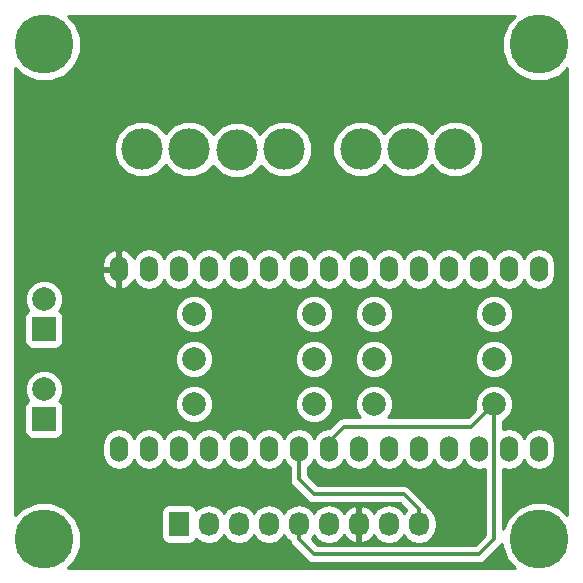
<source format=gtl>
G04 #@! TF.FileFunction,Copper,L1,Top,Signal*
%FSLAX46Y46*%
G04 Gerber Fmt 4.6, Leading zero omitted, Abs format (unit mm)*
G04 Created by KiCad (PCBNEW 4.0.5+dfsg1-4) date Fri Sep 29 16:02:04 2017*
%MOMM*%
%LPD*%
G01*
G04 APERTURE LIST*
%ADD10C,0.100000*%
%ADD11C,5.000000*%
%ADD12O,1.524000X2.199640*%
%ADD13O,1.524000X2.197100*%
%ADD14R,1.727200X2.032000*%
%ADD15O,1.727200X2.032000*%
%ADD16C,3.500000*%
%ADD17C,1.998980*%
%ADD18R,2.000000X2.000000*%
%ADD19C,2.000000*%
%ADD20C,0.304800*%
%ADD21C,0.254000*%
G04 APERTURE END LIST*
D10*
D11*
X119380000Y-62230000D03*
X77470000Y-62230000D03*
X77470000Y-104140000D03*
D12*
X83820000Y-96520000D03*
X86360000Y-96520000D03*
X88900000Y-96520000D03*
X91440000Y-96520000D03*
X93980000Y-96520000D03*
X96520000Y-96520000D03*
X99060000Y-96520000D03*
X101600000Y-96520000D03*
X104140000Y-96520000D03*
X106680000Y-96520000D03*
X109220000Y-96520000D03*
X111760000Y-96520000D03*
X114300000Y-96520000D03*
X116840000Y-96520000D03*
X119380000Y-96520000D03*
X119380000Y-81280000D03*
X116840000Y-81280000D03*
X114300000Y-81280000D03*
X111760000Y-81280000D03*
D13*
X109220000Y-81280000D03*
X106680000Y-81280000D03*
X104140000Y-81280000D03*
X101600000Y-81280000D03*
X99060000Y-81280000D03*
X96520000Y-81280000D03*
X93980000Y-81280000D03*
X91440000Y-81280000D03*
X88900000Y-81280000D03*
X86360000Y-81280000D03*
X83820000Y-81280000D03*
D14*
X88900000Y-102870000D03*
D15*
X91440000Y-102870000D03*
X93980000Y-102870000D03*
X96520000Y-102870000D03*
X99060000Y-102870000D03*
X101600000Y-102870000D03*
X104140000Y-102870000D03*
X106680000Y-102870000D03*
X109220000Y-102870000D03*
D16*
X85790000Y-71120000D03*
X89790000Y-71120000D03*
X93790000Y-71220000D03*
X97790000Y-71120000D03*
X104290000Y-71120000D03*
X108290000Y-71120000D03*
X112290000Y-71120000D03*
D17*
X90170000Y-92710000D03*
X100330000Y-92710000D03*
X90170000Y-88900000D03*
X100330000Y-88900000D03*
X105410000Y-92710000D03*
X115570000Y-92710000D03*
X105410000Y-88900000D03*
X115570000Y-88900000D03*
D11*
X119380000Y-104140000D03*
D17*
X100330000Y-85090000D03*
X90170000Y-85090000D03*
X105410000Y-85090000D03*
X115570000Y-85090000D03*
D18*
X77470000Y-86360000D03*
D19*
X77470000Y-83820000D03*
D18*
X77470000Y-93980000D03*
D19*
X77470000Y-91440000D03*
D20*
X115570000Y-92710000D02*
X115570000Y-104140000D01*
X99060000Y-104140000D02*
X99060000Y-102870000D01*
X100330000Y-105410000D02*
X99060000Y-104140000D01*
X114300000Y-105410000D02*
X100330000Y-105410000D01*
X115570000Y-104140000D02*
X114300000Y-105410000D01*
X101600000Y-96520000D02*
X101600000Y-95885000D01*
X101600000Y-95885000D02*
X102870000Y-94615000D01*
X102870000Y-94615000D02*
X113665000Y-94615000D01*
X113665000Y-94615000D02*
X115570000Y-92710000D01*
X99060000Y-96520000D02*
X99060000Y-99060000D01*
X109220000Y-101600000D02*
X109220000Y-102870000D01*
X107950000Y-100330000D02*
X109220000Y-101600000D01*
X100330000Y-100330000D02*
X107950000Y-100330000D01*
X99060000Y-99060000D02*
X100330000Y-100330000D01*
D21*
G36*
X116723826Y-60451847D02*
X116245546Y-61603674D01*
X116244457Y-62850854D01*
X116720727Y-64003515D01*
X117601847Y-64886174D01*
X118753674Y-65364454D01*
X120000854Y-65365543D01*
X121153515Y-64889273D01*
X121793000Y-64250903D01*
X121793000Y-102119782D01*
X121158153Y-101483826D01*
X120006326Y-101005546D01*
X118759146Y-101004457D01*
X117606485Y-101480727D01*
X116723826Y-102361847D01*
X116357400Y-103244299D01*
X116357400Y-98192812D01*
X116840000Y-98288807D01*
X117374609Y-98182467D01*
X117827828Y-97879635D01*
X118110000Y-97457336D01*
X118392172Y-97879635D01*
X118845391Y-98182467D01*
X119380000Y-98288807D01*
X119914609Y-98182467D01*
X120367828Y-97879635D01*
X120670660Y-97426416D01*
X120777000Y-96891807D01*
X120777000Y-96148193D01*
X120670660Y-95613584D01*
X120367828Y-95160365D01*
X119914609Y-94857533D01*
X119380000Y-94751193D01*
X118845391Y-94857533D01*
X118392172Y-95160365D01*
X118110000Y-95582664D01*
X117827828Y-95160365D01*
X117374609Y-94857533D01*
X116840000Y-94751193D01*
X116357400Y-94847188D01*
X116357400Y-94153175D01*
X116494655Y-94096462D01*
X116954846Y-93637073D01*
X117204206Y-93036547D01*
X117204774Y-92386306D01*
X116956462Y-91785345D01*
X116497073Y-91325154D01*
X115896547Y-91075794D01*
X115246306Y-91075226D01*
X114645345Y-91323538D01*
X114185154Y-91782927D01*
X113935794Y-92383453D01*
X113935226Y-93033694D01*
X113992980Y-93173468D01*
X113338848Y-93827600D01*
X106603986Y-93827600D01*
X106794846Y-93637073D01*
X107044206Y-93036547D01*
X107044774Y-92386306D01*
X106796462Y-91785345D01*
X106337073Y-91325154D01*
X105736547Y-91075794D01*
X105086306Y-91075226D01*
X104485345Y-91323538D01*
X104025154Y-91782927D01*
X103775794Y-92383453D01*
X103775226Y-93033694D01*
X104023538Y-93634655D01*
X104216147Y-93827600D01*
X102870000Y-93827600D01*
X102568675Y-93887537D01*
X102313224Y-94058224D01*
X101616894Y-94754554D01*
X101600000Y-94751193D01*
X101065391Y-94857533D01*
X100612172Y-95160365D01*
X100330000Y-95582664D01*
X100047828Y-95160365D01*
X99594609Y-94857533D01*
X99060000Y-94751193D01*
X98525391Y-94857533D01*
X98072172Y-95160365D01*
X97790000Y-95582664D01*
X97507828Y-95160365D01*
X97054609Y-94857533D01*
X96520000Y-94751193D01*
X95985391Y-94857533D01*
X95532172Y-95160365D01*
X95250000Y-95582664D01*
X94967828Y-95160365D01*
X94514609Y-94857533D01*
X93980000Y-94751193D01*
X93445391Y-94857533D01*
X92992172Y-95160365D01*
X92710000Y-95582664D01*
X92427828Y-95160365D01*
X91974609Y-94857533D01*
X91440000Y-94751193D01*
X90905391Y-94857533D01*
X90452172Y-95160365D01*
X90170000Y-95582664D01*
X89887828Y-95160365D01*
X89434609Y-94857533D01*
X88900000Y-94751193D01*
X88365391Y-94857533D01*
X87912172Y-95160365D01*
X87630000Y-95582664D01*
X87347828Y-95160365D01*
X86894609Y-94857533D01*
X86360000Y-94751193D01*
X85825391Y-94857533D01*
X85372172Y-95160365D01*
X85090000Y-95582664D01*
X84807828Y-95160365D01*
X84354609Y-94857533D01*
X83820000Y-94751193D01*
X83285391Y-94857533D01*
X82832172Y-95160365D01*
X82529340Y-95613584D01*
X82423000Y-96148193D01*
X82423000Y-96891807D01*
X82529340Y-97426416D01*
X82832172Y-97879635D01*
X83285391Y-98182467D01*
X83820000Y-98288807D01*
X84354609Y-98182467D01*
X84807828Y-97879635D01*
X85090000Y-97457336D01*
X85372172Y-97879635D01*
X85825391Y-98182467D01*
X86360000Y-98288807D01*
X86894609Y-98182467D01*
X87347828Y-97879635D01*
X87630000Y-97457336D01*
X87912172Y-97879635D01*
X88365391Y-98182467D01*
X88900000Y-98288807D01*
X89434609Y-98182467D01*
X89887828Y-97879635D01*
X90170000Y-97457336D01*
X90452172Y-97879635D01*
X90905391Y-98182467D01*
X91440000Y-98288807D01*
X91974609Y-98182467D01*
X92427828Y-97879635D01*
X92710000Y-97457336D01*
X92992172Y-97879635D01*
X93445391Y-98182467D01*
X93980000Y-98288807D01*
X94514609Y-98182467D01*
X94967828Y-97879635D01*
X95250000Y-97457336D01*
X95532172Y-97879635D01*
X95985391Y-98182467D01*
X96520000Y-98288807D01*
X97054609Y-98182467D01*
X97507828Y-97879635D01*
X97790000Y-97457336D01*
X98072172Y-97879635D01*
X98272600Y-98013557D01*
X98272600Y-99060000D01*
X98332537Y-99361325D01*
X98503224Y-99616776D01*
X99773224Y-100886776D01*
X100028675Y-101057463D01*
X100330000Y-101117400D01*
X107623848Y-101117400D01*
X108148996Y-101642548D01*
X107950000Y-101940366D01*
X107739670Y-101625585D01*
X107253489Y-101300729D01*
X106680000Y-101186655D01*
X106106511Y-101300729D01*
X105620330Y-101625585D01*
X105413539Y-101935069D01*
X105042036Y-101519268D01*
X104514791Y-101265291D01*
X104499026Y-101262642D01*
X104267000Y-101383783D01*
X104267000Y-102743000D01*
X104287000Y-102743000D01*
X104287000Y-102997000D01*
X104267000Y-102997000D01*
X104267000Y-104356217D01*
X104499026Y-104477358D01*
X104514791Y-104474709D01*
X105042036Y-104220732D01*
X105413539Y-103804931D01*
X105620330Y-104114415D01*
X106106511Y-104439271D01*
X106680000Y-104553345D01*
X107253489Y-104439271D01*
X107739670Y-104114415D01*
X107950000Y-103799634D01*
X108160330Y-104114415D01*
X108646511Y-104439271D01*
X109220000Y-104553345D01*
X109793489Y-104439271D01*
X110279670Y-104114415D01*
X110604526Y-103628234D01*
X110718600Y-103054745D01*
X110718600Y-102685255D01*
X110604526Y-102111766D01*
X110279670Y-101625585D01*
X109971535Y-101419696D01*
X109947463Y-101298675D01*
X109776776Y-101043224D01*
X108506776Y-99773224D01*
X108251325Y-99602537D01*
X107950000Y-99542600D01*
X100656152Y-99542600D01*
X99847400Y-98733848D01*
X99847400Y-98013557D01*
X100047828Y-97879635D01*
X100330000Y-97457336D01*
X100612172Y-97879635D01*
X101065391Y-98182467D01*
X101600000Y-98288807D01*
X102134609Y-98182467D01*
X102587828Y-97879635D01*
X102870000Y-97457336D01*
X103152172Y-97879635D01*
X103605391Y-98182467D01*
X104140000Y-98288807D01*
X104674609Y-98182467D01*
X105127828Y-97879635D01*
X105410000Y-97457336D01*
X105692172Y-97879635D01*
X106145391Y-98182467D01*
X106680000Y-98288807D01*
X107214609Y-98182467D01*
X107667828Y-97879635D01*
X107950000Y-97457336D01*
X108232172Y-97879635D01*
X108685391Y-98182467D01*
X109220000Y-98288807D01*
X109754609Y-98182467D01*
X110207828Y-97879635D01*
X110490000Y-97457336D01*
X110772172Y-97879635D01*
X111225391Y-98182467D01*
X111760000Y-98288807D01*
X112294609Y-98182467D01*
X112747828Y-97879635D01*
X113030000Y-97457336D01*
X113312172Y-97879635D01*
X113765391Y-98182467D01*
X114300000Y-98288807D01*
X114782600Y-98192812D01*
X114782600Y-103813848D01*
X113973848Y-104622600D01*
X100656152Y-104622600D01*
X100131004Y-104097452D01*
X100330000Y-103799634D01*
X100540330Y-104114415D01*
X101026511Y-104439271D01*
X101600000Y-104553345D01*
X102173489Y-104439271D01*
X102659670Y-104114415D01*
X102866461Y-103804931D01*
X103237964Y-104220732D01*
X103765209Y-104474709D01*
X103780974Y-104477358D01*
X104013000Y-104356217D01*
X104013000Y-102997000D01*
X103993000Y-102997000D01*
X103993000Y-102743000D01*
X104013000Y-102743000D01*
X104013000Y-101383783D01*
X103780974Y-101262642D01*
X103765209Y-101265291D01*
X103237964Y-101519268D01*
X102866461Y-101935069D01*
X102659670Y-101625585D01*
X102173489Y-101300729D01*
X101600000Y-101186655D01*
X101026511Y-101300729D01*
X100540330Y-101625585D01*
X100330000Y-101940366D01*
X100119670Y-101625585D01*
X99633489Y-101300729D01*
X99060000Y-101186655D01*
X98486511Y-101300729D01*
X98000330Y-101625585D01*
X97790000Y-101940366D01*
X97579670Y-101625585D01*
X97093489Y-101300729D01*
X96520000Y-101186655D01*
X95946511Y-101300729D01*
X95460330Y-101625585D01*
X95250000Y-101940366D01*
X95039670Y-101625585D01*
X94553489Y-101300729D01*
X93980000Y-101186655D01*
X93406511Y-101300729D01*
X92920330Y-101625585D01*
X92710000Y-101940366D01*
X92499670Y-101625585D01*
X92013489Y-101300729D01*
X91440000Y-101186655D01*
X90866511Y-101300729D01*
X90380330Y-101625585D01*
X90370757Y-101639913D01*
X90366762Y-101618683D01*
X90227690Y-101402559D01*
X90015490Y-101257569D01*
X89763600Y-101206560D01*
X88036400Y-101206560D01*
X87801083Y-101250838D01*
X87584959Y-101389910D01*
X87439969Y-101602110D01*
X87388960Y-101854000D01*
X87388960Y-103886000D01*
X87433238Y-104121317D01*
X87572310Y-104337441D01*
X87784510Y-104482431D01*
X88036400Y-104533440D01*
X89763600Y-104533440D01*
X89998917Y-104489162D01*
X90215041Y-104350090D01*
X90360031Y-104137890D01*
X90368400Y-104096561D01*
X90380330Y-104114415D01*
X90866511Y-104439271D01*
X91440000Y-104553345D01*
X92013489Y-104439271D01*
X92499670Y-104114415D01*
X92710000Y-103799634D01*
X92920330Y-104114415D01*
X93406511Y-104439271D01*
X93980000Y-104553345D01*
X94553489Y-104439271D01*
X95039670Y-104114415D01*
X95250000Y-103799634D01*
X95460330Y-104114415D01*
X95946511Y-104439271D01*
X96520000Y-104553345D01*
X97093489Y-104439271D01*
X97579670Y-104114415D01*
X97790000Y-103799634D01*
X98000330Y-104114415D01*
X98308465Y-104320304D01*
X98332537Y-104441325D01*
X98503224Y-104696776D01*
X99773224Y-105966776D01*
X100028675Y-106137463D01*
X100330000Y-106197400D01*
X114300000Y-106197400D01*
X114601325Y-106137463D01*
X114856776Y-105966776D01*
X116126776Y-104696776D01*
X116244667Y-104520340D01*
X116244457Y-104760854D01*
X116720727Y-105913515D01*
X117359097Y-106553000D01*
X79490218Y-106553000D01*
X80126174Y-105918153D01*
X80604454Y-104766326D01*
X80605543Y-103519146D01*
X80129273Y-102366485D01*
X79248153Y-101483826D01*
X78096326Y-101005546D01*
X76849146Y-101004457D01*
X75696485Y-101480727D01*
X75057000Y-102119097D01*
X75057000Y-92980000D01*
X75822560Y-92980000D01*
X75822560Y-94980000D01*
X75866838Y-95215317D01*
X76005910Y-95431441D01*
X76218110Y-95576431D01*
X76470000Y-95627440D01*
X78470000Y-95627440D01*
X78705317Y-95583162D01*
X78921441Y-95444090D01*
X79066431Y-95231890D01*
X79117440Y-94980000D01*
X79117440Y-93033694D01*
X88535226Y-93033694D01*
X88783538Y-93634655D01*
X89242927Y-94094846D01*
X89843453Y-94344206D01*
X90493694Y-94344774D01*
X91094655Y-94096462D01*
X91554846Y-93637073D01*
X91804206Y-93036547D01*
X91804208Y-93033694D01*
X98695226Y-93033694D01*
X98943538Y-93634655D01*
X99402927Y-94094846D01*
X100003453Y-94344206D01*
X100653694Y-94344774D01*
X101254655Y-94096462D01*
X101714846Y-93637073D01*
X101964206Y-93036547D01*
X101964774Y-92386306D01*
X101716462Y-91785345D01*
X101257073Y-91325154D01*
X100656547Y-91075794D01*
X100006306Y-91075226D01*
X99405345Y-91323538D01*
X98945154Y-91782927D01*
X98695794Y-92383453D01*
X98695226Y-93033694D01*
X91804208Y-93033694D01*
X91804774Y-92386306D01*
X91556462Y-91785345D01*
X91097073Y-91325154D01*
X90496547Y-91075794D01*
X89846306Y-91075226D01*
X89245345Y-91323538D01*
X88785154Y-91782927D01*
X88535794Y-92383453D01*
X88535226Y-93033694D01*
X79117440Y-93033694D01*
X79117440Y-92980000D01*
X79073162Y-92744683D01*
X78934090Y-92528559D01*
X78791439Y-92431090D01*
X78855278Y-92367363D01*
X79104716Y-91766648D01*
X79105284Y-91116205D01*
X78856894Y-90515057D01*
X78397363Y-90054722D01*
X77796648Y-89805284D01*
X77146205Y-89804716D01*
X76545057Y-90053106D01*
X76084722Y-90512637D01*
X75835284Y-91113352D01*
X75834716Y-91763795D01*
X76083106Y-92364943D01*
X76149621Y-92431574D01*
X76018559Y-92515910D01*
X75873569Y-92728110D01*
X75822560Y-92980000D01*
X75057000Y-92980000D01*
X75057000Y-89223694D01*
X88535226Y-89223694D01*
X88783538Y-89824655D01*
X89242927Y-90284846D01*
X89843453Y-90534206D01*
X90493694Y-90534774D01*
X91094655Y-90286462D01*
X91554846Y-89827073D01*
X91804206Y-89226547D01*
X91804208Y-89223694D01*
X98695226Y-89223694D01*
X98943538Y-89824655D01*
X99402927Y-90284846D01*
X100003453Y-90534206D01*
X100653694Y-90534774D01*
X101254655Y-90286462D01*
X101714846Y-89827073D01*
X101964206Y-89226547D01*
X101964208Y-89223694D01*
X103775226Y-89223694D01*
X104023538Y-89824655D01*
X104482927Y-90284846D01*
X105083453Y-90534206D01*
X105733694Y-90534774D01*
X106334655Y-90286462D01*
X106794846Y-89827073D01*
X107044206Y-89226547D01*
X107044208Y-89223694D01*
X113935226Y-89223694D01*
X114183538Y-89824655D01*
X114642927Y-90284846D01*
X115243453Y-90534206D01*
X115893694Y-90534774D01*
X116494655Y-90286462D01*
X116954846Y-89827073D01*
X117204206Y-89226547D01*
X117204774Y-88576306D01*
X116956462Y-87975345D01*
X116497073Y-87515154D01*
X115896547Y-87265794D01*
X115246306Y-87265226D01*
X114645345Y-87513538D01*
X114185154Y-87972927D01*
X113935794Y-88573453D01*
X113935226Y-89223694D01*
X107044208Y-89223694D01*
X107044774Y-88576306D01*
X106796462Y-87975345D01*
X106337073Y-87515154D01*
X105736547Y-87265794D01*
X105086306Y-87265226D01*
X104485345Y-87513538D01*
X104025154Y-87972927D01*
X103775794Y-88573453D01*
X103775226Y-89223694D01*
X101964208Y-89223694D01*
X101964774Y-88576306D01*
X101716462Y-87975345D01*
X101257073Y-87515154D01*
X100656547Y-87265794D01*
X100006306Y-87265226D01*
X99405345Y-87513538D01*
X98945154Y-87972927D01*
X98695794Y-88573453D01*
X98695226Y-89223694D01*
X91804208Y-89223694D01*
X91804774Y-88576306D01*
X91556462Y-87975345D01*
X91097073Y-87515154D01*
X90496547Y-87265794D01*
X89846306Y-87265226D01*
X89245345Y-87513538D01*
X88785154Y-87972927D01*
X88535794Y-88573453D01*
X88535226Y-89223694D01*
X75057000Y-89223694D01*
X75057000Y-85360000D01*
X75822560Y-85360000D01*
X75822560Y-87360000D01*
X75866838Y-87595317D01*
X76005910Y-87811441D01*
X76218110Y-87956431D01*
X76470000Y-88007440D01*
X78470000Y-88007440D01*
X78705317Y-87963162D01*
X78921441Y-87824090D01*
X79066431Y-87611890D01*
X79117440Y-87360000D01*
X79117440Y-85413694D01*
X88535226Y-85413694D01*
X88783538Y-86014655D01*
X89242927Y-86474846D01*
X89843453Y-86724206D01*
X90493694Y-86724774D01*
X91094655Y-86476462D01*
X91554846Y-86017073D01*
X91804206Y-85416547D01*
X91804208Y-85413694D01*
X98695226Y-85413694D01*
X98943538Y-86014655D01*
X99402927Y-86474846D01*
X100003453Y-86724206D01*
X100653694Y-86724774D01*
X101254655Y-86476462D01*
X101714846Y-86017073D01*
X101964206Y-85416547D01*
X101964208Y-85413694D01*
X103775226Y-85413694D01*
X104023538Y-86014655D01*
X104482927Y-86474846D01*
X105083453Y-86724206D01*
X105733694Y-86724774D01*
X106334655Y-86476462D01*
X106794846Y-86017073D01*
X107044206Y-85416547D01*
X107044208Y-85413694D01*
X113935226Y-85413694D01*
X114183538Y-86014655D01*
X114642927Y-86474846D01*
X115243453Y-86724206D01*
X115893694Y-86724774D01*
X116494655Y-86476462D01*
X116954846Y-86017073D01*
X117204206Y-85416547D01*
X117204774Y-84766306D01*
X116956462Y-84165345D01*
X116497073Y-83705154D01*
X115896547Y-83455794D01*
X115246306Y-83455226D01*
X114645345Y-83703538D01*
X114185154Y-84162927D01*
X113935794Y-84763453D01*
X113935226Y-85413694D01*
X107044208Y-85413694D01*
X107044774Y-84766306D01*
X106796462Y-84165345D01*
X106337073Y-83705154D01*
X105736547Y-83455794D01*
X105086306Y-83455226D01*
X104485345Y-83703538D01*
X104025154Y-84162927D01*
X103775794Y-84763453D01*
X103775226Y-85413694D01*
X101964208Y-85413694D01*
X101964774Y-84766306D01*
X101716462Y-84165345D01*
X101257073Y-83705154D01*
X100656547Y-83455794D01*
X100006306Y-83455226D01*
X99405345Y-83703538D01*
X98945154Y-84162927D01*
X98695794Y-84763453D01*
X98695226Y-85413694D01*
X91804208Y-85413694D01*
X91804774Y-84766306D01*
X91556462Y-84165345D01*
X91097073Y-83705154D01*
X90496547Y-83455794D01*
X89846306Y-83455226D01*
X89245345Y-83703538D01*
X88785154Y-84162927D01*
X88535794Y-84763453D01*
X88535226Y-85413694D01*
X79117440Y-85413694D01*
X79117440Y-85360000D01*
X79073162Y-85124683D01*
X78934090Y-84908559D01*
X78791439Y-84811090D01*
X78855278Y-84747363D01*
X79104716Y-84146648D01*
X79105284Y-83496205D01*
X78856894Y-82895057D01*
X78397363Y-82434722D01*
X77796648Y-82185284D01*
X77146205Y-82184716D01*
X76545057Y-82433106D01*
X76084722Y-82892637D01*
X75835284Y-83493352D01*
X75834716Y-84143795D01*
X76083106Y-84744943D01*
X76149621Y-84811574D01*
X76018559Y-84895910D01*
X75873569Y-85108110D01*
X75822560Y-85360000D01*
X75057000Y-85360000D01*
X75057000Y-81407000D01*
X82423000Y-81407000D01*
X82423000Y-81743550D01*
X82577941Y-82268491D01*
X82921974Y-82694180D01*
X83402723Y-82955810D01*
X83476930Y-82970770D01*
X83693000Y-82848270D01*
X83693000Y-81407000D01*
X82423000Y-81407000D01*
X75057000Y-81407000D01*
X75057000Y-80816450D01*
X82423000Y-80816450D01*
X82423000Y-81153000D01*
X83693000Y-81153000D01*
X83693000Y-79711730D01*
X83947000Y-79711730D01*
X83947000Y-81153000D01*
X83967000Y-81153000D01*
X83967000Y-81407000D01*
X83947000Y-81407000D01*
X83947000Y-82848270D01*
X84163070Y-82970770D01*
X84237277Y-82955810D01*
X84718026Y-82694180D01*
X85062059Y-82268491D01*
X85081358Y-82203107D01*
X85372172Y-82638340D01*
X85825391Y-82941172D01*
X86360000Y-83047512D01*
X86894609Y-82941172D01*
X87347828Y-82638340D01*
X87630000Y-82216041D01*
X87912172Y-82638340D01*
X88365391Y-82941172D01*
X88900000Y-83047512D01*
X89434609Y-82941172D01*
X89887828Y-82638340D01*
X90170000Y-82216041D01*
X90452172Y-82638340D01*
X90905391Y-82941172D01*
X91440000Y-83047512D01*
X91974609Y-82941172D01*
X92427828Y-82638340D01*
X92710000Y-82216041D01*
X92992172Y-82638340D01*
X93445391Y-82941172D01*
X93980000Y-83047512D01*
X94514609Y-82941172D01*
X94967828Y-82638340D01*
X95250000Y-82216041D01*
X95532172Y-82638340D01*
X95985391Y-82941172D01*
X96520000Y-83047512D01*
X97054609Y-82941172D01*
X97507828Y-82638340D01*
X97790000Y-82216041D01*
X98072172Y-82638340D01*
X98525391Y-82941172D01*
X99060000Y-83047512D01*
X99594609Y-82941172D01*
X100047828Y-82638340D01*
X100330000Y-82216041D01*
X100612172Y-82638340D01*
X101065391Y-82941172D01*
X101600000Y-83047512D01*
X102134609Y-82941172D01*
X102587828Y-82638340D01*
X102870000Y-82216041D01*
X103152172Y-82638340D01*
X103605391Y-82941172D01*
X104140000Y-83047512D01*
X104674609Y-82941172D01*
X105127828Y-82638340D01*
X105410000Y-82216041D01*
X105692172Y-82638340D01*
X106145391Y-82941172D01*
X106680000Y-83047512D01*
X107214609Y-82941172D01*
X107667828Y-82638340D01*
X107950000Y-82216041D01*
X108232172Y-82638340D01*
X108685391Y-82941172D01*
X109220000Y-83047512D01*
X109754609Y-82941172D01*
X110207828Y-82638340D01*
X110489567Y-82216688D01*
X110772172Y-82639635D01*
X111225391Y-82942467D01*
X111760000Y-83048807D01*
X112294609Y-82942467D01*
X112747828Y-82639635D01*
X113030000Y-82217336D01*
X113312172Y-82639635D01*
X113765391Y-82942467D01*
X114300000Y-83048807D01*
X114834609Y-82942467D01*
X115287828Y-82639635D01*
X115570000Y-82217336D01*
X115852172Y-82639635D01*
X116305391Y-82942467D01*
X116840000Y-83048807D01*
X117374609Y-82942467D01*
X117827828Y-82639635D01*
X118110000Y-82217336D01*
X118392172Y-82639635D01*
X118845391Y-82942467D01*
X119380000Y-83048807D01*
X119914609Y-82942467D01*
X120367828Y-82639635D01*
X120670660Y-82186416D01*
X120777000Y-81651807D01*
X120777000Y-80908193D01*
X120670660Y-80373584D01*
X120367828Y-79920365D01*
X119914609Y-79617533D01*
X119380000Y-79511193D01*
X118845391Y-79617533D01*
X118392172Y-79920365D01*
X118110000Y-80342664D01*
X117827828Y-79920365D01*
X117374609Y-79617533D01*
X116840000Y-79511193D01*
X116305391Y-79617533D01*
X115852172Y-79920365D01*
X115570000Y-80342664D01*
X115287828Y-79920365D01*
X114834609Y-79617533D01*
X114300000Y-79511193D01*
X113765391Y-79617533D01*
X113312172Y-79920365D01*
X113030000Y-80342664D01*
X112747828Y-79920365D01*
X112294609Y-79617533D01*
X111760000Y-79511193D01*
X111225391Y-79617533D01*
X110772172Y-79920365D01*
X110489567Y-80343312D01*
X110207828Y-79921660D01*
X109754609Y-79618828D01*
X109220000Y-79512488D01*
X108685391Y-79618828D01*
X108232172Y-79921660D01*
X107950000Y-80343959D01*
X107667828Y-79921660D01*
X107214609Y-79618828D01*
X106680000Y-79512488D01*
X106145391Y-79618828D01*
X105692172Y-79921660D01*
X105410000Y-80343959D01*
X105127828Y-79921660D01*
X104674609Y-79618828D01*
X104140000Y-79512488D01*
X103605391Y-79618828D01*
X103152172Y-79921660D01*
X102870000Y-80343959D01*
X102587828Y-79921660D01*
X102134609Y-79618828D01*
X101600000Y-79512488D01*
X101065391Y-79618828D01*
X100612172Y-79921660D01*
X100330000Y-80343959D01*
X100047828Y-79921660D01*
X99594609Y-79618828D01*
X99060000Y-79512488D01*
X98525391Y-79618828D01*
X98072172Y-79921660D01*
X97790000Y-80343959D01*
X97507828Y-79921660D01*
X97054609Y-79618828D01*
X96520000Y-79512488D01*
X95985391Y-79618828D01*
X95532172Y-79921660D01*
X95250000Y-80343959D01*
X94967828Y-79921660D01*
X94514609Y-79618828D01*
X93980000Y-79512488D01*
X93445391Y-79618828D01*
X92992172Y-79921660D01*
X92710000Y-80343959D01*
X92427828Y-79921660D01*
X91974609Y-79618828D01*
X91440000Y-79512488D01*
X90905391Y-79618828D01*
X90452172Y-79921660D01*
X90170000Y-80343959D01*
X89887828Y-79921660D01*
X89434609Y-79618828D01*
X88900000Y-79512488D01*
X88365391Y-79618828D01*
X87912172Y-79921660D01*
X87630000Y-80343959D01*
X87347828Y-79921660D01*
X86894609Y-79618828D01*
X86360000Y-79512488D01*
X85825391Y-79618828D01*
X85372172Y-79921660D01*
X85081358Y-80356893D01*
X85062059Y-80291509D01*
X84718026Y-79865820D01*
X84237277Y-79604190D01*
X84163070Y-79589230D01*
X83947000Y-79711730D01*
X83693000Y-79711730D01*
X83476930Y-79589230D01*
X83402723Y-79604190D01*
X82921974Y-79865820D01*
X82577941Y-80291509D01*
X82423000Y-80816450D01*
X75057000Y-80816450D01*
X75057000Y-71592325D01*
X83404587Y-71592325D01*
X83766916Y-72469229D01*
X84437242Y-73140726D01*
X85313513Y-73504585D01*
X86262325Y-73505413D01*
X87139229Y-73143084D01*
X87790547Y-72492902D01*
X88437242Y-73140726D01*
X89313513Y-73504585D01*
X90262325Y-73505413D01*
X91139229Y-73143084D01*
X91751489Y-72531892D01*
X91766916Y-72569229D01*
X92437242Y-73240726D01*
X93313513Y-73604585D01*
X94262325Y-73605413D01*
X95139229Y-73243084D01*
X95810726Y-72572758D01*
X95828216Y-72530636D01*
X96437242Y-73140726D01*
X97313513Y-73504585D01*
X98262325Y-73505413D01*
X99139229Y-73143084D01*
X99810726Y-72472758D01*
X100174585Y-71596487D01*
X100174588Y-71592325D01*
X101904587Y-71592325D01*
X102266916Y-72469229D01*
X102937242Y-73140726D01*
X103813513Y-73504585D01*
X104762325Y-73505413D01*
X105639229Y-73143084D01*
X106290547Y-72492902D01*
X106937242Y-73140726D01*
X107813513Y-73504585D01*
X108762325Y-73505413D01*
X109639229Y-73143084D01*
X110290547Y-72492902D01*
X110937242Y-73140726D01*
X111813513Y-73504585D01*
X112762325Y-73505413D01*
X113639229Y-73143084D01*
X114310726Y-72472758D01*
X114674585Y-71596487D01*
X114675413Y-70647675D01*
X114313084Y-69770771D01*
X113642758Y-69099274D01*
X112766487Y-68735415D01*
X111817675Y-68734587D01*
X110940771Y-69096916D01*
X110289453Y-69747098D01*
X109642758Y-69099274D01*
X108766487Y-68735415D01*
X107817675Y-68734587D01*
X106940771Y-69096916D01*
X106289453Y-69747098D01*
X105642758Y-69099274D01*
X104766487Y-68735415D01*
X103817675Y-68734587D01*
X102940771Y-69096916D01*
X102269274Y-69767242D01*
X101905415Y-70643513D01*
X101904587Y-71592325D01*
X100174588Y-71592325D01*
X100175413Y-70647675D01*
X99813084Y-69770771D01*
X99142758Y-69099274D01*
X98266487Y-68735415D01*
X97317675Y-68734587D01*
X96440771Y-69096916D01*
X95769274Y-69767242D01*
X95751784Y-69809364D01*
X95142758Y-69199274D01*
X94266487Y-68835415D01*
X93317675Y-68834587D01*
X92440771Y-69196916D01*
X91828511Y-69808108D01*
X91813084Y-69770771D01*
X91142758Y-69099274D01*
X90266487Y-68735415D01*
X89317675Y-68734587D01*
X88440771Y-69096916D01*
X87789453Y-69747098D01*
X87142758Y-69099274D01*
X86266487Y-68735415D01*
X85317675Y-68734587D01*
X84440771Y-69096916D01*
X83769274Y-69767242D01*
X83405415Y-70643513D01*
X83404587Y-71592325D01*
X75057000Y-71592325D01*
X75057000Y-64250218D01*
X75691847Y-64886174D01*
X76843674Y-65364454D01*
X78090854Y-65365543D01*
X79243515Y-64889273D01*
X80126174Y-64008153D01*
X80604454Y-62856326D01*
X80605543Y-61609146D01*
X80129273Y-60456485D01*
X79490903Y-59817000D01*
X117359782Y-59817000D01*
X116723826Y-60451847D01*
X116723826Y-60451847D01*
G37*
X116723826Y-60451847D02*
X116245546Y-61603674D01*
X116244457Y-62850854D01*
X116720727Y-64003515D01*
X117601847Y-64886174D01*
X118753674Y-65364454D01*
X120000854Y-65365543D01*
X121153515Y-64889273D01*
X121793000Y-64250903D01*
X121793000Y-102119782D01*
X121158153Y-101483826D01*
X120006326Y-101005546D01*
X118759146Y-101004457D01*
X117606485Y-101480727D01*
X116723826Y-102361847D01*
X116357400Y-103244299D01*
X116357400Y-98192812D01*
X116840000Y-98288807D01*
X117374609Y-98182467D01*
X117827828Y-97879635D01*
X118110000Y-97457336D01*
X118392172Y-97879635D01*
X118845391Y-98182467D01*
X119380000Y-98288807D01*
X119914609Y-98182467D01*
X120367828Y-97879635D01*
X120670660Y-97426416D01*
X120777000Y-96891807D01*
X120777000Y-96148193D01*
X120670660Y-95613584D01*
X120367828Y-95160365D01*
X119914609Y-94857533D01*
X119380000Y-94751193D01*
X118845391Y-94857533D01*
X118392172Y-95160365D01*
X118110000Y-95582664D01*
X117827828Y-95160365D01*
X117374609Y-94857533D01*
X116840000Y-94751193D01*
X116357400Y-94847188D01*
X116357400Y-94153175D01*
X116494655Y-94096462D01*
X116954846Y-93637073D01*
X117204206Y-93036547D01*
X117204774Y-92386306D01*
X116956462Y-91785345D01*
X116497073Y-91325154D01*
X115896547Y-91075794D01*
X115246306Y-91075226D01*
X114645345Y-91323538D01*
X114185154Y-91782927D01*
X113935794Y-92383453D01*
X113935226Y-93033694D01*
X113992980Y-93173468D01*
X113338848Y-93827600D01*
X106603986Y-93827600D01*
X106794846Y-93637073D01*
X107044206Y-93036547D01*
X107044774Y-92386306D01*
X106796462Y-91785345D01*
X106337073Y-91325154D01*
X105736547Y-91075794D01*
X105086306Y-91075226D01*
X104485345Y-91323538D01*
X104025154Y-91782927D01*
X103775794Y-92383453D01*
X103775226Y-93033694D01*
X104023538Y-93634655D01*
X104216147Y-93827600D01*
X102870000Y-93827600D01*
X102568675Y-93887537D01*
X102313224Y-94058224D01*
X101616894Y-94754554D01*
X101600000Y-94751193D01*
X101065391Y-94857533D01*
X100612172Y-95160365D01*
X100330000Y-95582664D01*
X100047828Y-95160365D01*
X99594609Y-94857533D01*
X99060000Y-94751193D01*
X98525391Y-94857533D01*
X98072172Y-95160365D01*
X97790000Y-95582664D01*
X97507828Y-95160365D01*
X97054609Y-94857533D01*
X96520000Y-94751193D01*
X95985391Y-94857533D01*
X95532172Y-95160365D01*
X95250000Y-95582664D01*
X94967828Y-95160365D01*
X94514609Y-94857533D01*
X93980000Y-94751193D01*
X93445391Y-94857533D01*
X92992172Y-95160365D01*
X92710000Y-95582664D01*
X92427828Y-95160365D01*
X91974609Y-94857533D01*
X91440000Y-94751193D01*
X90905391Y-94857533D01*
X90452172Y-95160365D01*
X90170000Y-95582664D01*
X89887828Y-95160365D01*
X89434609Y-94857533D01*
X88900000Y-94751193D01*
X88365391Y-94857533D01*
X87912172Y-95160365D01*
X87630000Y-95582664D01*
X87347828Y-95160365D01*
X86894609Y-94857533D01*
X86360000Y-94751193D01*
X85825391Y-94857533D01*
X85372172Y-95160365D01*
X85090000Y-95582664D01*
X84807828Y-95160365D01*
X84354609Y-94857533D01*
X83820000Y-94751193D01*
X83285391Y-94857533D01*
X82832172Y-95160365D01*
X82529340Y-95613584D01*
X82423000Y-96148193D01*
X82423000Y-96891807D01*
X82529340Y-97426416D01*
X82832172Y-97879635D01*
X83285391Y-98182467D01*
X83820000Y-98288807D01*
X84354609Y-98182467D01*
X84807828Y-97879635D01*
X85090000Y-97457336D01*
X85372172Y-97879635D01*
X85825391Y-98182467D01*
X86360000Y-98288807D01*
X86894609Y-98182467D01*
X87347828Y-97879635D01*
X87630000Y-97457336D01*
X87912172Y-97879635D01*
X88365391Y-98182467D01*
X88900000Y-98288807D01*
X89434609Y-98182467D01*
X89887828Y-97879635D01*
X90170000Y-97457336D01*
X90452172Y-97879635D01*
X90905391Y-98182467D01*
X91440000Y-98288807D01*
X91974609Y-98182467D01*
X92427828Y-97879635D01*
X92710000Y-97457336D01*
X92992172Y-97879635D01*
X93445391Y-98182467D01*
X93980000Y-98288807D01*
X94514609Y-98182467D01*
X94967828Y-97879635D01*
X95250000Y-97457336D01*
X95532172Y-97879635D01*
X95985391Y-98182467D01*
X96520000Y-98288807D01*
X97054609Y-98182467D01*
X97507828Y-97879635D01*
X97790000Y-97457336D01*
X98072172Y-97879635D01*
X98272600Y-98013557D01*
X98272600Y-99060000D01*
X98332537Y-99361325D01*
X98503224Y-99616776D01*
X99773224Y-100886776D01*
X100028675Y-101057463D01*
X100330000Y-101117400D01*
X107623848Y-101117400D01*
X108148996Y-101642548D01*
X107950000Y-101940366D01*
X107739670Y-101625585D01*
X107253489Y-101300729D01*
X106680000Y-101186655D01*
X106106511Y-101300729D01*
X105620330Y-101625585D01*
X105413539Y-101935069D01*
X105042036Y-101519268D01*
X104514791Y-101265291D01*
X104499026Y-101262642D01*
X104267000Y-101383783D01*
X104267000Y-102743000D01*
X104287000Y-102743000D01*
X104287000Y-102997000D01*
X104267000Y-102997000D01*
X104267000Y-104356217D01*
X104499026Y-104477358D01*
X104514791Y-104474709D01*
X105042036Y-104220732D01*
X105413539Y-103804931D01*
X105620330Y-104114415D01*
X106106511Y-104439271D01*
X106680000Y-104553345D01*
X107253489Y-104439271D01*
X107739670Y-104114415D01*
X107950000Y-103799634D01*
X108160330Y-104114415D01*
X108646511Y-104439271D01*
X109220000Y-104553345D01*
X109793489Y-104439271D01*
X110279670Y-104114415D01*
X110604526Y-103628234D01*
X110718600Y-103054745D01*
X110718600Y-102685255D01*
X110604526Y-102111766D01*
X110279670Y-101625585D01*
X109971535Y-101419696D01*
X109947463Y-101298675D01*
X109776776Y-101043224D01*
X108506776Y-99773224D01*
X108251325Y-99602537D01*
X107950000Y-99542600D01*
X100656152Y-99542600D01*
X99847400Y-98733848D01*
X99847400Y-98013557D01*
X100047828Y-97879635D01*
X100330000Y-97457336D01*
X100612172Y-97879635D01*
X101065391Y-98182467D01*
X101600000Y-98288807D01*
X102134609Y-98182467D01*
X102587828Y-97879635D01*
X102870000Y-97457336D01*
X103152172Y-97879635D01*
X103605391Y-98182467D01*
X104140000Y-98288807D01*
X104674609Y-98182467D01*
X105127828Y-97879635D01*
X105410000Y-97457336D01*
X105692172Y-97879635D01*
X106145391Y-98182467D01*
X106680000Y-98288807D01*
X107214609Y-98182467D01*
X107667828Y-97879635D01*
X107950000Y-97457336D01*
X108232172Y-97879635D01*
X108685391Y-98182467D01*
X109220000Y-98288807D01*
X109754609Y-98182467D01*
X110207828Y-97879635D01*
X110490000Y-97457336D01*
X110772172Y-97879635D01*
X111225391Y-98182467D01*
X111760000Y-98288807D01*
X112294609Y-98182467D01*
X112747828Y-97879635D01*
X113030000Y-97457336D01*
X113312172Y-97879635D01*
X113765391Y-98182467D01*
X114300000Y-98288807D01*
X114782600Y-98192812D01*
X114782600Y-103813848D01*
X113973848Y-104622600D01*
X100656152Y-104622600D01*
X100131004Y-104097452D01*
X100330000Y-103799634D01*
X100540330Y-104114415D01*
X101026511Y-104439271D01*
X101600000Y-104553345D01*
X102173489Y-104439271D01*
X102659670Y-104114415D01*
X102866461Y-103804931D01*
X103237964Y-104220732D01*
X103765209Y-104474709D01*
X103780974Y-104477358D01*
X104013000Y-104356217D01*
X104013000Y-102997000D01*
X103993000Y-102997000D01*
X103993000Y-102743000D01*
X104013000Y-102743000D01*
X104013000Y-101383783D01*
X103780974Y-101262642D01*
X103765209Y-101265291D01*
X103237964Y-101519268D01*
X102866461Y-101935069D01*
X102659670Y-101625585D01*
X102173489Y-101300729D01*
X101600000Y-101186655D01*
X101026511Y-101300729D01*
X100540330Y-101625585D01*
X100330000Y-101940366D01*
X100119670Y-101625585D01*
X99633489Y-101300729D01*
X99060000Y-101186655D01*
X98486511Y-101300729D01*
X98000330Y-101625585D01*
X97790000Y-101940366D01*
X97579670Y-101625585D01*
X97093489Y-101300729D01*
X96520000Y-101186655D01*
X95946511Y-101300729D01*
X95460330Y-101625585D01*
X95250000Y-101940366D01*
X95039670Y-101625585D01*
X94553489Y-101300729D01*
X93980000Y-101186655D01*
X93406511Y-101300729D01*
X92920330Y-101625585D01*
X92710000Y-101940366D01*
X92499670Y-101625585D01*
X92013489Y-101300729D01*
X91440000Y-101186655D01*
X90866511Y-101300729D01*
X90380330Y-101625585D01*
X90370757Y-101639913D01*
X90366762Y-101618683D01*
X90227690Y-101402559D01*
X90015490Y-101257569D01*
X89763600Y-101206560D01*
X88036400Y-101206560D01*
X87801083Y-101250838D01*
X87584959Y-101389910D01*
X87439969Y-101602110D01*
X87388960Y-101854000D01*
X87388960Y-103886000D01*
X87433238Y-104121317D01*
X87572310Y-104337441D01*
X87784510Y-104482431D01*
X88036400Y-104533440D01*
X89763600Y-104533440D01*
X89998917Y-104489162D01*
X90215041Y-104350090D01*
X90360031Y-104137890D01*
X90368400Y-104096561D01*
X90380330Y-104114415D01*
X90866511Y-104439271D01*
X91440000Y-104553345D01*
X92013489Y-104439271D01*
X92499670Y-104114415D01*
X92710000Y-103799634D01*
X92920330Y-104114415D01*
X93406511Y-104439271D01*
X93980000Y-104553345D01*
X94553489Y-104439271D01*
X95039670Y-104114415D01*
X95250000Y-103799634D01*
X95460330Y-104114415D01*
X95946511Y-104439271D01*
X96520000Y-104553345D01*
X97093489Y-104439271D01*
X97579670Y-104114415D01*
X97790000Y-103799634D01*
X98000330Y-104114415D01*
X98308465Y-104320304D01*
X98332537Y-104441325D01*
X98503224Y-104696776D01*
X99773224Y-105966776D01*
X100028675Y-106137463D01*
X100330000Y-106197400D01*
X114300000Y-106197400D01*
X114601325Y-106137463D01*
X114856776Y-105966776D01*
X116126776Y-104696776D01*
X116244667Y-104520340D01*
X116244457Y-104760854D01*
X116720727Y-105913515D01*
X117359097Y-106553000D01*
X79490218Y-106553000D01*
X80126174Y-105918153D01*
X80604454Y-104766326D01*
X80605543Y-103519146D01*
X80129273Y-102366485D01*
X79248153Y-101483826D01*
X78096326Y-101005546D01*
X76849146Y-101004457D01*
X75696485Y-101480727D01*
X75057000Y-102119097D01*
X75057000Y-92980000D01*
X75822560Y-92980000D01*
X75822560Y-94980000D01*
X75866838Y-95215317D01*
X76005910Y-95431441D01*
X76218110Y-95576431D01*
X76470000Y-95627440D01*
X78470000Y-95627440D01*
X78705317Y-95583162D01*
X78921441Y-95444090D01*
X79066431Y-95231890D01*
X79117440Y-94980000D01*
X79117440Y-93033694D01*
X88535226Y-93033694D01*
X88783538Y-93634655D01*
X89242927Y-94094846D01*
X89843453Y-94344206D01*
X90493694Y-94344774D01*
X91094655Y-94096462D01*
X91554846Y-93637073D01*
X91804206Y-93036547D01*
X91804208Y-93033694D01*
X98695226Y-93033694D01*
X98943538Y-93634655D01*
X99402927Y-94094846D01*
X100003453Y-94344206D01*
X100653694Y-94344774D01*
X101254655Y-94096462D01*
X101714846Y-93637073D01*
X101964206Y-93036547D01*
X101964774Y-92386306D01*
X101716462Y-91785345D01*
X101257073Y-91325154D01*
X100656547Y-91075794D01*
X100006306Y-91075226D01*
X99405345Y-91323538D01*
X98945154Y-91782927D01*
X98695794Y-92383453D01*
X98695226Y-93033694D01*
X91804208Y-93033694D01*
X91804774Y-92386306D01*
X91556462Y-91785345D01*
X91097073Y-91325154D01*
X90496547Y-91075794D01*
X89846306Y-91075226D01*
X89245345Y-91323538D01*
X88785154Y-91782927D01*
X88535794Y-92383453D01*
X88535226Y-93033694D01*
X79117440Y-93033694D01*
X79117440Y-92980000D01*
X79073162Y-92744683D01*
X78934090Y-92528559D01*
X78791439Y-92431090D01*
X78855278Y-92367363D01*
X79104716Y-91766648D01*
X79105284Y-91116205D01*
X78856894Y-90515057D01*
X78397363Y-90054722D01*
X77796648Y-89805284D01*
X77146205Y-89804716D01*
X76545057Y-90053106D01*
X76084722Y-90512637D01*
X75835284Y-91113352D01*
X75834716Y-91763795D01*
X76083106Y-92364943D01*
X76149621Y-92431574D01*
X76018559Y-92515910D01*
X75873569Y-92728110D01*
X75822560Y-92980000D01*
X75057000Y-92980000D01*
X75057000Y-89223694D01*
X88535226Y-89223694D01*
X88783538Y-89824655D01*
X89242927Y-90284846D01*
X89843453Y-90534206D01*
X90493694Y-90534774D01*
X91094655Y-90286462D01*
X91554846Y-89827073D01*
X91804206Y-89226547D01*
X91804208Y-89223694D01*
X98695226Y-89223694D01*
X98943538Y-89824655D01*
X99402927Y-90284846D01*
X100003453Y-90534206D01*
X100653694Y-90534774D01*
X101254655Y-90286462D01*
X101714846Y-89827073D01*
X101964206Y-89226547D01*
X101964208Y-89223694D01*
X103775226Y-89223694D01*
X104023538Y-89824655D01*
X104482927Y-90284846D01*
X105083453Y-90534206D01*
X105733694Y-90534774D01*
X106334655Y-90286462D01*
X106794846Y-89827073D01*
X107044206Y-89226547D01*
X107044208Y-89223694D01*
X113935226Y-89223694D01*
X114183538Y-89824655D01*
X114642927Y-90284846D01*
X115243453Y-90534206D01*
X115893694Y-90534774D01*
X116494655Y-90286462D01*
X116954846Y-89827073D01*
X117204206Y-89226547D01*
X117204774Y-88576306D01*
X116956462Y-87975345D01*
X116497073Y-87515154D01*
X115896547Y-87265794D01*
X115246306Y-87265226D01*
X114645345Y-87513538D01*
X114185154Y-87972927D01*
X113935794Y-88573453D01*
X113935226Y-89223694D01*
X107044208Y-89223694D01*
X107044774Y-88576306D01*
X106796462Y-87975345D01*
X106337073Y-87515154D01*
X105736547Y-87265794D01*
X105086306Y-87265226D01*
X104485345Y-87513538D01*
X104025154Y-87972927D01*
X103775794Y-88573453D01*
X103775226Y-89223694D01*
X101964208Y-89223694D01*
X101964774Y-88576306D01*
X101716462Y-87975345D01*
X101257073Y-87515154D01*
X100656547Y-87265794D01*
X100006306Y-87265226D01*
X99405345Y-87513538D01*
X98945154Y-87972927D01*
X98695794Y-88573453D01*
X98695226Y-89223694D01*
X91804208Y-89223694D01*
X91804774Y-88576306D01*
X91556462Y-87975345D01*
X91097073Y-87515154D01*
X90496547Y-87265794D01*
X89846306Y-87265226D01*
X89245345Y-87513538D01*
X88785154Y-87972927D01*
X88535794Y-88573453D01*
X88535226Y-89223694D01*
X75057000Y-89223694D01*
X75057000Y-85360000D01*
X75822560Y-85360000D01*
X75822560Y-87360000D01*
X75866838Y-87595317D01*
X76005910Y-87811441D01*
X76218110Y-87956431D01*
X76470000Y-88007440D01*
X78470000Y-88007440D01*
X78705317Y-87963162D01*
X78921441Y-87824090D01*
X79066431Y-87611890D01*
X79117440Y-87360000D01*
X79117440Y-85413694D01*
X88535226Y-85413694D01*
X88783538Y-86014655D01*
X89242927Y-86474846D01*
X89843453Y-86724206D01*
X90493694Y-86724774D01*
X91094655Y-86476462D01*
X91554846Y-86017073D01*
X91804206Y-85416547D01*
X91804208Y-85413694D01*
X98695226Y-85413694D01*
X98943538Y-86014655D01*
X99402927Y-86474846D01*
X100003453Y-86724206D01*
X100653694Y-86724774D01*
X101254655Y-86476462D01*
X101714846Y-86017073D01*
X101964206Y-85416547D01*
X101964208Y-85413694D01*
X103775226Y-85413694D01*
X104023538Y-86014655D01*
X104482927Y-86474846D01*
X105083453Y-86724206D01*
X105733694Y-86724774D01*
X106334655Y-86476462D01*
X106794846Y-86017073D01*
X107044206Y-85416547D01*
X107044208Y-85413694D01*
X113935226Y-85413694D01*
X114183538Y-86014655D01*
X114642927Y-86474846D01*
X115243453Y-86724206D01*
X115893694Y-86724774D01*
X116494655Y-86476462D01*
X116954846Y-86017073D01*
X117204206Y-85416547D01*
X117204774Y-84766306D01*
X116956462Y-84165345D01*
X116497073Y-83705154D01*
X115896547Y-83455794D01*
X115246306Y-83455226D01*
X114645345Y-83703538D01*
X114185154Y-84162927D01*
X113935794Y-84763453D01*
X113935226Y-85413694D01*
X107044208Y-85413694D01*
X107044774Y-84766306D01*
X106796462Y-84165345D01*
X106337073Y-83705154D01*
X105736547Y-83455794D01*
X105086306Y-83455226D01*
X104485345Y-83703538D01*
X104025154Y-84162927D01*
X103775794Y-84763453D01*
X103775226Y-85413694D01*
X101964208Y-85413694D01*
X101964774Y-84766306D01*
X101716462Y-84165345D01*
X101257073Y-83705154D01*
X100656547Y-83455794D01*
X100006306Y-83455226D01*
X99405345Y-83703538D01*
X98945154Y-84162927D01*
X98695794Y-84763453D01*
X98695226Y-85413694D01*
X91804208Y-85413694D01*
X91804774Y-84766306D01*
X91556462Y-84165345D01*
X91097073Y-83705154D01*
X90496547Y-83455794D01*
X89846306Y-83455226D01*
X89245345Y-83703538D01*
X88785154Y-84162927D01*
X88535794Y-84763453D01*
X88535226Y-85413694D01*
X79117440Y-85413694D01*
X79117440Y-85360000D01*
X79073162Y-85124683D01*
X78934090Y-84908559D01*
X78791439Y-84811090D01*
X78855278Y-84747363D01*
X79104716Y-84146648D01*
X79105284Y-83496205D01*
X78856894Y-82895057D01*
X78397363Y-82434722D01*
X77796648Y-82185284D01*
X77146205Y-82184716D01*
X76545057Y-82433106D01*
X76084722Y-82892637D01*
X75835284Y-83493352D01*
X75834716Y-84143795D01*
X76083106Y-84744943D01*
X76149621Y-84811574D01*
X76018559Y-84895910D01*
X75873569Y-85108110D01*
X75822560Y-85360000D01*
X75057000Y-85360000D01*
X75057000Y-81407000D01*
X82423000Y-81407000D01*
X82423000Y-81743550D01*
X82577941Y-82268491D01*
X82921974Y-82694180D01*
X83402723Y-82955810D01*
X83476930Y-82970770D01*
X83693000Y-82848270D01*
X83693000Y-81407000D01*
X82423000Y-81407000D01*
X75057000Y-81407000D01*
X75057000Y-80816450D01*
X82423000Y-80816450D01*
X82423000Y-81153000D01*
X83693000Y-81153000D01*
X83693000Y-79711730D01*
X83947000Y-79711730D01*
X83947000Y-81153000D01*
X83967000Y-81153000D01*
X83967000Y-81407000D01*
X83947000Y-81407000D01*
X83947000Y-82848270D01*
X84163070Y-82970770D01*
X84237277Y-82955810D01*
X84718026Y-82694180D01*
X85062059Y-82268491D01*
X85081358Y-82203107D01*
X85372172Y-82638340D01*
X85825391Y-82941172D01*
X86360000Y-83047512D01*
X86894609Y-82941172D01*
X87347828Y-82638340D01*
X87630000Y-82216041D01*
X87912172Y-82638340D01*
X88365391Y-82941172D01*
X88900000Y-83047512D01*
X89434609Y-82941172D01*
X89887828Y-82638340D01*
X90170000Y-82216041D01*
X90452172Y-82638340D01*
X90905391Y-82941172D01*
X91440000Y-83047512D01*
X91974609Y-82941172D01*
X92427828Y-82638340D01*
X92710000Y-82216041D01*
X92992172Y-82638340D01*
X93445391Y-82941172D01*
X93980000Y-83047512D01*
X94514609Y-82941172D01*
X94967828Y-82638340D01*
X95250000Y-82216041D01*
X95532172Y-82638340D01*
X95985391Y-82941172D01*
X96520000Y-83047512D01*
X97054609Y-82941172D01*
X97507828Y-82638340D01*
X97790000Y-82216041D01*
X98072172Y-82638340D01*
X98525391Y-82941172D01*
X99060000Y-83047512D01*
X99594609Y-82941172D01*
X100047828Y-82638340D01*
X100330000Y-82216041D01*
X100612172Y-82638340D01*
X101065391Y-82941172D01*
X101600000Y-83047512D01*
X102134609Y-82941172D01*
X102587828Y-82638340D01*
X102870000Y-82216041D01*
X103152172Y-82638340D01*
X103605391Y-82941172D01*
X104140000Y-83047512D01*
X104674609Y-82941172D01*
X105127828Y-82638340D01*
X105410000Y-82216041D01*
X105692172Y-82638340D01*
X106145391Y-82941172D01*
X106680000Y-83047512D01*
X107214609Y-82941172D01*
X107667828Y-82638340D01*
X107950000Y-82216041D01*
X108232172Y-82638340D01*
X108685391Y-82941172D01*
X109220000Y-83047512D01*
X109754609Y-82941172D01*
X110207828Y-82638340D01*
X110489567Y-82216688D01*
X110772172Y-82639635D01*
X111225391Y-82942467D01*
X111760000Y-83048807D01*
X112294609Y-82942467D01*
X112747828Y-82639635D01*
X113030000Y-82217336D01*
X113312172Y-82639635D01*
X113765391Y-82942467D01*
X114300000Y-83048807D01*
X114834609Y-82942467D01*
X115287828Y-82639635D01*
X115570000Y-82217336D01*
X115852172Y-82639635D01*
X116305391Y-82942467D01*
X116840000Y-83048807D01*
X117374609Y-82942467D01*
X117827828Y-82639635D01*
X118110000Y-82217336D01*
X118392172Y-82639635D01*
X118845391Y-82942467D01*
X119380000Y-83048807D01*
X119914609Y-82942467D01*
X120367828Y-82639635D01*
X120670660Y-82186416D01*
X120777000Y-81651807D01*
X120777000Y-80908193D01*
X120670660Y-80373584D01*
X120367828Y-79920365D01*
X119914609Y-79617533D01*
X119380000Y-79511193D01*
X118845391Y-79617533D01*
X118392172Y-79920365D01*
X118110000Y-80342664D01*
X117827828Y-79920365D01*
X117374609Y-79617533D01*
X116840000Y-79511193D01*
X116305391Y-79617533D01*
X115852172Y-79920365D01*
X115570000Y-80342664D01*
X115287828Y-79920365D01*
X114834609Y-79617533D01*
X114300000Y-79511193D01*
X113765391Y-79617533D01*
X113312172Y-79920365D01*
X113030000Y-80342664D01*
X112747828Y-79920365D01*
X112294609Y-79617533D01*
X111760000Y-79511193D01*
X111225391Y-79617533D01*
X110772172Y-79920365D01*
X110489567Y-80343312D01*
X110207828Y-79921660D01*
X109754609Y-79618828D01*
X109220000Y-79512488D01*
X108685391Y-79618828D01*
X108232172Y-79921660D01*
X107950000Y-80343959D01*
X107667828Y-79921660D01*
X107214609Y-79618828D01*
X106680000Y-79512488D01*
X106145391Y-79618828D01*
X105692172Y-79921660D01*
X105410000Y-80343959D01*
X105127828Y-79921660D01*
X104674609Y-79618828D01*
X104140000Y-79512488D01*
X103605391Y-79618828D01*
X103152172Y-79921660D01*
X102870000Y-80343959D01*
X102587828Y-79921660D01*
X102134609Y-79618828D01*
X101600000Y-79512488D01*
X101065391Y-79618828D01*
X100612172Y-79921660D01*
X100330000Y-80343959D01*
X100047828Y-79921660D01*
X99594609Y-79618828D01*
X99060000Y-79512488D01*
X98525391Y-79618828D01*
X98072172Y-79921660D01*
X97790000Y-80343959D01*
X97507828Y-79921660D01*
X97054609Y-79618828D01*
X96520000Y-79512488D01*
X95985391Y-79618828D01*
X95532172Y-79921660D01*
X95250000Y-80343959D01*
X94967828Y-79921660D01*
X94514609Y-79618828D01*
X93980000Y-79512488D01*
X93445391Y-79618828D01*
X92992172Y-79921660D01*
X92710000Y-80343959D01*
X92427828Y-79921660D01*
X91974609Y-79618828D01*
X91440000Y-79512488D01*
X90905391Y-79618828D01*
X90452172Y-79921660D01*
X90170000Y-80343959D01*
X89887828Y-79921660D01*
X89434609Y-79618828D01*
X88900000Y-79512488D01*
X88365391Y-79618828D01*
X87912172Y-79921660D01*
X87630000Y-80343959D01*
X87347828Y-79921660D01*
X86894609Y-79618828D01*
X86360000Y-79512488D01*
X85825391Y-79618828D01*
X85372172Y-79921660D01*
X85081358Y-80356893D01*
X85062059Y-80291509D01*
X84718026Y-79865820D01*
X84237277Y-79604190D01*
X84163070Y-79589230D01*
X83947000Y-79711730D01*
X83693000Y-79711730D01*
X83476930Y-79589230D01*
X83402723Y-79604190D01*
X82921974Y-79865820D01*
X82577941Y-80291509D01*
X82423000Y-80816450D01*
X75057000Y-80816450D01*
X75057000Y-71592325D01*
X83404587Y-71592325D01*
X83766916Y-72469229D01*
X84437242Y-73140726D01*
X85313513Y-73504585D01*
X86262325Y-73505413D01*
X87139229Y-73143084D01*
X87790547Y-72492902D01*
X88437242Y-73140726D01*
X89313513Y-73504585D01*
X90262325Y-73505413D01*
X91139229Y-73143084D01*
X91751489Y-72531892D01*
X91766916Y-72569229D01*
X92437242Y-73240726D01*
X93313513Y-73604585D01*
X94262325Y-73605413D01*
X95139229Y-73243084D01*
X95810726Y-72572758D01*
X95828216Y-72530636D01*
X96437242Y-73140726D01*
X97313513Y-73504585D01*
X98262325Y-73505413D01*
X99139229Y-73143084D01*
X99810726Y-72472758D01*
X100174585Y-71596487D01*
X100174588Y-71592325D01*
X101904587Y-71592325D01*
X102266916Y-72469229D01*
X102937242Y-73140726D01*
X103813513Y-73504585D01*
X104762325Y-73505413D01*
X105639229Y-73143084D01*
X106290547Y-72492902D01*
X106937242Y-73140726D01*
X107813513Y-73504585D01*
X108762325Y-73505413D01*
X109639229Y-73143084D01*
X110290547Y-72492902D01*
X110937242Y-73140726D01*
X111813513Y-73504585D01*
X112762325Y-73505413D01*
X113639229Y-73143084D01*
X114310726Y-72472758D01*
X114674585Y-71596487D01*
X114675413Y-70647675D01*
X114313084Y-69770771D01*
X113642758Y-69099274D01*
X112766487Y-68735415D01*
X111817675Y-68734587D01*
X110940771Y-69096916D01*
X110289453Y-69747098D01*
X109642758Y-69099274D01*
X108766487Y-68735415D01*
X107817675Y-68734587D01*
X106940771Y-69096916D01*
X106289453Y-69747098D01*
X105642758Y-69099274D01*
X104766487Y-68735415D01*
X103817675Y-68734587D01*
X102940771Y-69096916D01*
X102269274Y-69767242D01*
X101905415Y-70643513D01*
X101904587Y-71592325D01*
X100174588Y-71592325D01*
X100175413Y-70647675D01*
X99813084Y-69770771D01*
X99142758Y-69099274D01*
X98266487Y-68735415D01*
X97317675Y-68734587D01*
X96440771Y-69096916D01*
X95769274Y-69767242D01*
X95751784Y-69809364D01*
X95142758Y-69199274D01*
X94266487Y-68835415D01*
X93317675Y-68834587D01*
X92440771Y-69196916D01*
X91828511Y-69808108D01*
X91813084Y-69770771D01*
X91142758Y-69099274D01*
X90266487Y-68735415D01*
X89317675Y-68734587D01*
X88440771Y-69096916D01*
X87789453Y-69747098D01*
X87142758Y-69099274D01*
X86266487Y-68735415D01*
X85317675Y-68734587D01*
X84440771Y-69096916D01*
X83769274Y-69767242D01*
X83405415Y-70643513D01*
X83404587Y-71592325D01*
X75057000Y-71592325D01*
X75057000Y-64250218D01*
X75691847Y-64886174D01*
X76843674Y-65364454D01*
X78090854Y-65365543D01*
X79243515Y-64889273D01*
X80126174Y-64008153D01*
X80604454Y-62856326D01*
X80605543Y-61609146D01*
X80129273Y-60456485D01*
X79490903Y-59817000D01*
X117359782Y-59817000D01*
X116723826Y-60451847D01*
M02*

</source>
